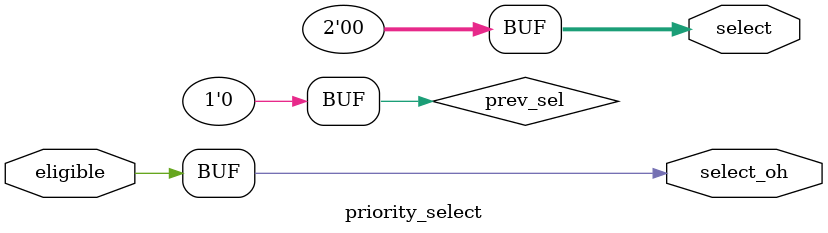
<source format=v>
module priority_select(
    input [(NUM_ENTRIES-1):0]       eligible,
    output reg [1:0]                select,
    output wire [(NUM_ENTRIES-1):0] select_oh);

   parameter NUM_ENTRIES = 1;

   wire [(NUM_ENTRIES-1):0] prev_sel;
   
   genvar i;
   generate
      for(i=0;i<NUM_ENTRIES;i=i+1) begin : sel_gen
         if(i==0) begin
            assign prev_sel[i] = 1'b0;
            assign select_oh[i] = eligible[i];
         end
         else begin
            assign prev_sel[i] = prev_sel[i-1] || select_oh[i-1];
            assign select_oh[i] = eligible[i] && !prev_sel[i];
         end
      end
   endgenerate

   //FIXME Parameterize this with preprocessor.
   always @(eligible) begin
      casez(eligible)
        2'bz1: select <= 2'd0;
        2'b10: select <= 2'd1;
        default: select <= 2'd0;
      endcase
   end
   
endmodule
</source>
